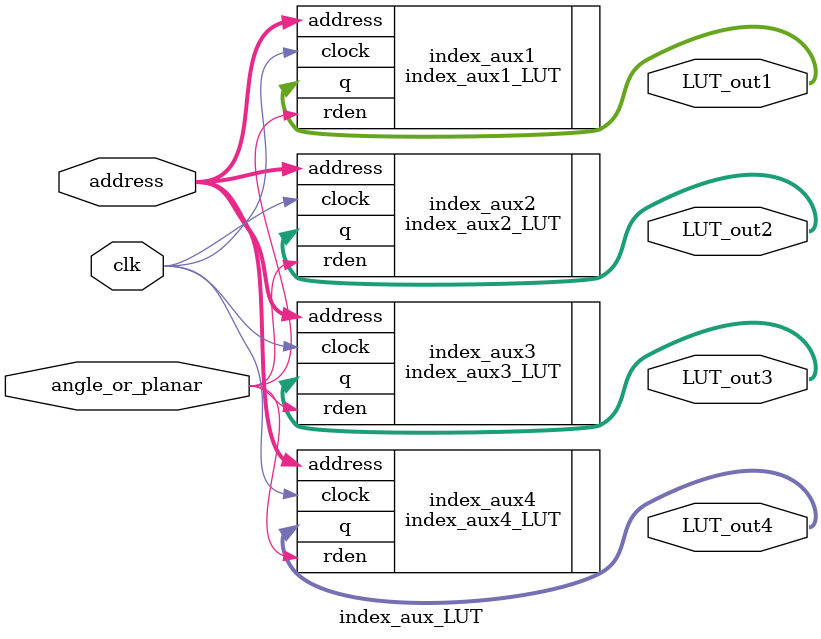
<source format=v>
module index_aux_LUT
(
	input				clk,
	input				angle_or_planar,
	input [8:0]		address,
	
	output [7:0]	LUT_out1,
	output [7:0]	LUT_out2,
	output [7:0]	LUT_out3,
	output [7:0]	LUT_out4
);

	index_aux1_LUT index_aux1(
		.clock(clk),
		.rden(angle_or_planar),
		.address(address),
		
		.q(LUT_out1)
		);
		
	index_aux2_LUT index_aux2(
		.clock(clk),
		.rden(angle_or_planar),
		.address(address),
		
		.q(LUT_out2)
		);
		
	index_aux3_LUT index_aux3(
		.clock(clk),
		.rden(angle_or_planar),
		.address(address),
		
		.q(LUT_out3)
		);
		
	index_aux4_LUT index_aux4(
		.clock(clk),
		.rden(angle_or_planar),
		.address(address),
		
		.q(LUT_out4)
		);
		
endmodule
</source>
